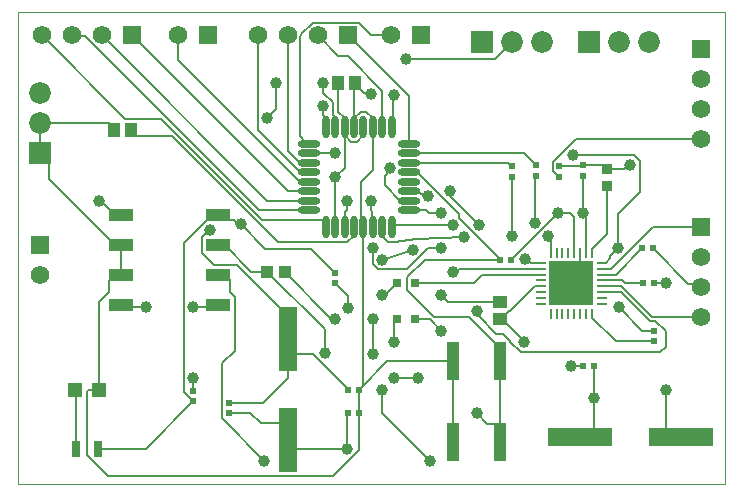
<source format=gtl>
G04*
G04 #@! TF.GenerationSoftware,Altium Limited,Altium Designer,23.5.1 (21)*
G04*
G04 Layer_Physical_Order=1*
G04 Layer_Color=255*
%FSLAX44Y44*%
%MOMM*%
G71*
G04*
G04 #@! TF.SameCoordinates,638B95CD-29A4-4EC3-B0C2-DC090694CFED*
G04*
G04*
G04 #@! TF.FilePolarity,Positive*
G04*
G01*
G75*
%ADD12C,0.2000*%
%ADD15R,1.0500X1.3000*%
G04:AMPARAMS|DCode=16|XSize=0.55mm|YSize=0.5mm|CornerRadius=0.0625mm|HoleSize=0mm|Usage=FLASHONLY|Rotation=270.000|XOffset=0mm|YOffset=0mm|HoleType=Round|Shape=RoundedRectangle|*
%AMROUNDEDRECTD16*
21,1,0.5500,0.3750,0,0,270.0*
21,1,0.4250,0.5000,0,0,270.0*
1,1,0.1250,-0.1875,-0.2125*
1,1,0.1250,-0.1875,0.2125*
1,1,0.1250,0.1875,0.2125*
1,1,0.1250,0.1875,-0.2125*
%
%ADD16ROUNDEDRECTD16*%
G04:AMPARAMS|DCode=17|XSize=0.55mm|YSize=0.5mm|CornerRadius=0.0625mm|HoleSize=0mm|Usage=FLASHONLY|Rotation=180.000|XOffset=0mm|YOffset=0mm|HoleType=Round|Shape=RoundedRectangle|*
%AMROUNDEDRECTD17*
21,1,0.5500,0.3750,0,0,180.0*
21,1,0.4250,0.5000,0,0,180.0*
1,1,0.1250,-0.2125,0.1875*
1,1,0.1250,0.2125,0.1875*
1,1,0.1250,0.2125,-0.1875*
1,1,0.1250,-0.2125,-0.1875*
%
%ADD17ROUNDEDRECTD17*%
%ADD18R,0.9621X0.9350*%
%ADD19R,2.1500X1.1000*%
%ADD20R,1.0000X1.1000*%
%ADD21R,1.5000X5.5000*%
%ADD22R,5.5000X1.5000*%
%ADD23R,1.0000X3.2000*%
%ADD24O,0.6000X1.9500*%
%ADD25O,1.9500X0.6000*%
G04:AMPARAMS|DCode=26|XSize=1.3mm|YSize=0.76mm|CornerRadius=0.095mm|HoleSize=0mm|Usage=FLASHONLY|Rotation=90.000|XOffset=0mm|YOffset=0mm|HoleType=Round|Shape=RoundedRectangle|*
%AMROUNDEDRECTD26*
21,1,1.3000,0.5700,0,0,90.0*
21,1,1.1100,0.7600,0,0,90.0*
1,1,0.1900,0.2850,0.5550*
1,1,0.1900,0.2850,-0.5550*
1,1,0.1900,-0.2850,-0.5550*
1,1,0.1900,-0.2850,0.5550*
%
%ADD26ROUNDEDRECTD26*%
%ADD27R,1.2000X1.2000*%
%ADD28R,3.7000X3.7000*%
%ADD29O,0.8500X0.2000*%
%ADD30O,0.2000X0.8500*%
%ADD31R,0.8000X0.8000*%
%ADD32R,1.3000X1.0500*%
%ADD48R,1.8400X1.8400*%
%ADD49C,1.8400*%
%ADD50R,1.5700X1.5700*%
%ADD51C,1.5700*%
%ADD52R,1.8400X1.8400*%
%ADD53R,1.5700X1.5700*%
%ADD56C,0.0010*%
%ADD57C,1.0000*%
%ADD58C,0.5000*%
D12*
X339704Y207994D02*
G03*
X338639Y207883I296J-7994D01*
G01*
X240000Y375790D02*
G03*
X240850Y380033I-10000J4210D01*
G01*
X88750Y151900D02*
X90650Y150000D01*
X110000D01*
X410000Y36000D02*
Y47000D01*
X406000Y51000D02*
X410000Y47000D01*
X399000Y51000D02*
X406000D01*
X390000Y60000D02*
X399000Y51000D01*
X28200Y258000D02*
X83500Y202700D01*
X28200Y258000D02*
Y271800D01*
X20000Y305400D02*
X78500D01*
X452500Y195750D02*
Y205335D01*
X450157Y207679D02*
X452500Y205335D01*
X450157Y207679D02*
Y209843D01*
X439422Y260421D02*
X440000Y261000D01*
X439422Y221735D02*
Y260421D01*
X438843Y221157D02*
X439422Y221735D01*
X435978Y187500D02*
X444250D01*
X432978Y190500D02*
X435978Y187500D01*
X430813Y190500D02*
X432978D01*
X420000Y210000D02*
Y260000D01*
X302000Y200000D02*
X302000Y200000D01*
X302000Y186686D02*
Y200000D01*
Y186686D02*
X306686Y182000D01*
X330881D02*
X348881Y200000D01*
X306686Y182000D02*
X330881D01*
X348881Y200000D02*
X360000D01*
X310000Y190000D02*
X336000Y198433D01*
X471594Y278407D02*
X522907D01*
X528000Y246959D02*
Y273314D01*
X522907Y278407D02*
X528000Y273314D01*
X509780Y200220D02*
Y228739D01*
X528000Y246959D01*
X312000Y160000D02*
X322000Y170000D01*
X310000Y160000D02*
X312000D01*
X270000Y170000D02*
X270250D01*
X271750Y168500D01*
Y168250D02*
Y168500D01*
Y168250D02*
X280657Y159343D01*
Y149343D02*
Y159343D01*
X227250Y179500D02*
Y180000D01*
Y179500D02*
X265219Y141531D01*
X268469D01*
X270000Y140000D01*
X302000Y110000D02*
Y140000D01*
X320000Y90000D02*
X340000D01*
X411868Y127375D02*
X418000Y121243D01*
X391531Y142477D02*
X406633Y127375D01*
X418000Y120686D02*
X427186Y111500D01*
X390000Y146500D02*
X391531Y144969D01*
X545283Y111500D02*
X549750Y115967D01*
X427186Y111500D02*
X545283D01*
X406633Y127375D02*
X411868D01*
X549750Y115967D02*
Y129377D01*
X418000Y120686D02*
Y121243D01*
X541226Y137900D02*
X549750Y129377D01*
X536286Y137900D02*
X541226D01*
X391531Y142477D02*
Y144969D01*
X511686Y162500D02*
X536286Y137900D01*
X495750Y162500D02*
X511686D01*
X477500Y177500D02*
Y195750D01*
X470000Y170000D02*
X477500Y177500D01*
X212750Y179500D02*
Y180000D01*
Y179500D02*
X261282Y130969D01*
Y111282D02*
Y130969D01*
X310000Y60000D02*
X350000Y20000D01*
X310000Y60000D02*
Y80000D01*
X419500Y190750D02*
X420500Y191750D01*
X419500Y190500D02*
Y190750D01*
X419000Y190000D02*
X419500Y190500D01*
X540000Y130000D02*
X540250D01*
X495750Y187500D02*
X499000D01*
X503083Y191583D01*
Y193524D01*
X509780Y200220D01*
X530000Y130000D02*
X540000D01*
X510000Y150000D02*
X530000Y130000D01*
X507500Y121000D02*
X540000D01*
X487500Y141000D02*
X507500Y121000D01*
X487500Y141000D02*
Y144250D01*
X470000Y100000D02*
X480000D01*
X270000Y302500D02*
Y310333D01*
X268000Y312333D02*
X270000Y310333D01*
X268000Y312333D02*
Y323314D01*
X260000Y331314D02*
X268000Y323314D01*
X260000Y331314D02*
Y340000D01*
X212600Y310000D02*
X220000Y317400D01*
Y340000D01*
X167657Y185800D02*
X186700D01*
X230000Y142500D01*
X157500Y209443D02*
X163258Y215200D01*
X230000Y122500D02*
Y142500D01*
X157500Y195957D02*
X167657Y185800D01*
X157500Y195957D02*
Y209443D01*
X163258Y215200D02*
X164414D01*
X311951Y261320D02*
X316585Y265954D01*
Y268000D01*
X311951Y253314D02*
Y261320D01*
Y253314D02*
X325265Y240000D01*
X410000Y47000D02*
Y104000D01*
X287250Y338750D02*
Y340000D01*
Y338750D02*
X294470Y331531D01*
X298469D01*
X300000Y330000D01*
X405700Y360000D02*
X420000Y374300D01*
X330000Y360000D02*
X405700D01*
X332500Y248000D02*
X340332D01*
X342790Y245542D01*
X346879D01*
X348410Y244011D01*
X368398Y243166D02*
X391989Y219575D01*
X368398Y243166D02*
Y246651D01*
X366867Y248181D02*
X368398Y246651D01*
X332500Y232000D02*
X347318D01*
X349318Y230000D01*
X360000D01*
X325265Y240000D02*
X332500D01*
X318000Y217500D02*
Y217621D01*
X319848Y219468D02*
X369468D01*
X318000Y217621D02*
X319848Y219468D01*
X314929Y205336D02*
X315515Y204750D01*
X320485D01*
X338639Y207883D01*
X310000Y210265D02*
X314929Y205336D01*
X339704Y207994D02*
X379468Y209468D01*
X310000Y210265D02*
Y217500D01*
X169350Y150000D02*
X171250Y151900D01*
X150000Y150000D02*
X169350D01*
X365814Y154500D02*
X410000D01*
X360314Y160000D02*
X365814Y154500D01*
X360000Y160000D02*
X360314D01*
X410000Y140000D02*
X411250D01*
X430000Y121250D01*
Y120000D02*
Y121250D01*
X174250Y55750D02*
Y102258D01*
X185000Y113008D02*
Y158643D01*
X181000Y162642D02*
X185000Y158643D01*
X181000Y162642D02*
Y172800D01*
X174250Y102258D02*
X185000Y113008D01*
X171250Y177300D02*
X176500D01*
X181000Y172800D01*
X174250Y55750D02*
X210000Y20000D01*
X166000Y228100D02*
X171250D01*
X142000Y204100D02*
X166000Y228100D01*
X142000Y77750D02*
Y204100D01*
Y77750D02*
X149750Y70000D01*
X150000D01*
X269750Y179000D02*
X270000D01*
X249265Y199485D02*
X269750Y179000D01*
X210515Y199485D02*
X249265D01*
X190000Y220000D02*
X210515Y199485D01*
X245569Y288000D02*
Y288828D01*
X240000Y294398D02*
X245569Y288828D01*
X240850Y380033D02*
Y380794D01*
X240000Y294398D02*
Y375790D01*
X240850Y380794D02*
X250906Y390850D01*
X245569Y288000D02*
X247500D01*
X250906Y390850D02*
X289893D01*
X290000Y60000D02*
Y80000D01*
X77914Y7000D02*
X268314D01*
X60328Y24585D02*
X77914Y7000D01*
X60328Y24585D02*
Y78829D01*
X268314Y7000D02*
X290000Y28686D01*
X60328Y78829D02*
X61500Y80000D01*
X70500D01*
X290000Y28686D02*
Y60000D01*
X332500Y272000D02*
X416750D01*
X419750Y269000D01*
X420000D01*
X332500Y280000D02*
X429750D01*
X439750Y270000D01*
X440000D01*
X410000Y190000D02*
Y190250D01*
X374650Y225601D02*
X410000Y190250D01*
X374650Y225601D02*
Y229085D01*
X339735Y264000D02*
X374650Y229085D01*
X332500Y264000D02*
X339735D01*
X171250Y202700D02*
X176500D01*
X199200Y180000D01*
X212750D01*
X338000Y140000D02*
X350000D01*
X360000Y130000D01*
X374665Y182500D02*
X444250D01*
X372165Y180000D02*
X374665Y182500D01*
X370000Y180000D02*
X372165D01*
X438992Y167500D02*
X444250D01*
X417500Y146250D02*
X417743D01*
X411250Y140000D02*
X417500Y146250D01*
X417743D02*
X438992Y167500D01*
X459750Y260000D02*
X460000D01*
X454250Y265500D02*
X459750Y260000D01*
X454250Y265500D02*
Y272377D01*
X473773Y291900D01*
X580000D01*
X489000Y73250D02*
Y100000D01*
Y46500D02*
Y73250D01*
X482500Y40000D02*
X489000Y46500D01*
X477500Y40000D02*
X482500D01*
X556500D02*
X562500D01*
X550000Y46500D02*
X556500Y40000D01*
X550000Y46500D02*
Y80000D01*
X500000Y267154D02*
X514989D01*
X517835Y270000D01*
X520000D01*
X480000D02*
X497154D01*
X500000Y267154D01*
X460000Y269000D02*
X460500Y269500D01*
X479500D01*
X480000Y270000D01*
Y230500D02*
Y261000D01*
X482500Y195750D02*
Y228000D01*
X500000Y211500D02*
Y252846D01*
X487500Y199000D02*
X500000Y211500D01*
X487500Y195750D02*
Y199000D01*
X537943Y141900D02*
X580000D01*
X512343Y167500D02*
X537943Y141900D01*
X495750Y167500D02*
X512343D01*
X515500Y170000D02*
X531000D01*
X513000Y172500D02*
X515500Y170000D01*
X495750Y172500D02*
X513000D01*
X540000Y170000D02*
X550000D01*
X539000Y199750D02*
Y200000D01*
Y199750D02*
X540500Y198250D01*
X540750D01*
X569150Y169850D01*
X577450D01*
X580000Y167300D01*
X530000Y199750D02*
Y200000D01*
X507750Y177500D02*
X530000Y199750D01*
X495750Y177500D02*
X507750D01*
X538974Y218100D02*
X580000D01*
X503373Y182500D02*
X538974Y218100D01*
X495750Y182500D02*
X503373D01*
X459000Y230000D02*
X468828D01*
X472500Y195750D02*
Y226329D01*
X468828Y230000D02*
X472500Y226329D01*
X420500Y191750D02*
X420750D01*
X459000Y230000D01*
X331000Y164757D02*
Y175243D01*
Y164757D02*
X353879Y141879D01*
X383122D02*
X410000Y115000D01*
X353879Y141879D02*
X383122D01*
X410000Y104000D02*
Y115000D01*
X331000Y175243D02*
X345758Y190000D01*
X410000D01*
X370000Y36000D02*
Y104000D01*
X290000Y80000D02*
Y80250D01*
X291500Y81750D01*
X291750D01*
X314000Y104000D01*
X370000D01*
X294000Y84250D02*
Y217500D01*
X230000Y110000D02*
X251250D01*
X281000Y80250D01*
Y80000D02*
Y80250D01*
X180000Y69000D02*
X209000D01*
X230000Y90000D01*
Y110000D01*
Y25000D02*
Y45000D01*
X223500Y51500D02*
X230000Y45000D01*
X206875Y51500D02*
X223500D01*
X198375Y60000D02*
X206875Y51500D01*
X180000Y60000D02*
X198375D01*
X280500Y59500D02*
X281000Y60000D01*
X280500Y30500D02*
Y59500D01*
X280000Y30000D02*
X280500Y30500D01*
X230000Y25000D02*
X235000Y30000D01*
X280000D01*
X262000Y302500D02*
Y310269D01*
X260000Y312269D02*
X262000Y310269D01*
X260000Y312269D02*
Y320000D01*
X278000Y295265D02*
Y302500D01*
Y268000D02*
Y295265D01*
X270000Y260000D02*
X278000Y268000D01*
X292000Y227333D02*
X294000Y225332D01*
X292000Y227333D02*
Y255617D01*
X294000Y217500D02*
Y225332D01*
X292000Y255617D02*
X302000Y265618D01*
Y302500D01*
X286000Y309735D02*
Y338750D01*
X296485Y315250D02*
X302000Y309735D01*
Y302500D02*
Y309735D01*
X291515Y315250D02*
X296485D01*
X286000Y309735D02*
X291515Y315250D01*
X286000Y302500D02*
Y309735D01*
X294000Y295265D02*
Y302500D01*
X288485Y289750D02*
X294000Y295265D01*
X283515Y289750D02*
X288485D01*
X278000Y295265D02*
X283515Y289750D01*
X318000Y302500D02*
X318766Y303265D01*
Y328765D01*
X319743Y329743D01*
X289893Y390850D02*
X300743Y380000D01*
X317300D01*
X280800D02*
X332500Y328300D01*
Y288000D02*
Y328300D01*
X255400Y380000D02*
X272839Y362561D01*
X280682D01*
X310000Y333243D01*
Y302500D02*
Y333243D01*
X272750Y314986D02*
Y340000D01*
Y314986D02*
X278000Y309735D01*
Y302500D02*
Y309735D01*
X286000Y338750D02*
X287250Y340000D01*
X97250Y298750D02*
Y300000D01*
Y298750D02*
X101500Y294500D01*
X131542D01*
X221292Y204750D02*
X280485D01*
X286000Y210265D01*
X131542Y294500D02*
X221292Y204750D01*
X286000Y210265D02*
Y217500D01*
X171250Y228100D02*
X175750Y223600D01*
X184235D01*
X187835Y220000D01*
X190000D01*
X270000Y217500D02*
X270000Y217500D01*
X270000Y217500D02*
Y260000D01*
X270000Y260000D02*
X270000Y260000D01*
X338000Y170000D02*
X387250D01*
X394750Y177500D01*
X444250D01*
X320000Y138000D02*
X322000Y140000D01*
X320000Y120000D02*
Y138000D01*
X150000Y79000D02*
Y90000D01*
X68900Y30000D02*
X109750D01*
X149750Y70000D01*
X49500Y80000D02*
X51000Y78500D01*
Y30000D02*
Y78500D01*
X83500Y177300D02*
X88750D01*
X79000Y172800D02*
X83500Y177300D01*
X79000Y162642D02*
Y172800D01*
X70500Y154143D02*
X79000Y162642D01*
X70500Y80000D02*
Y154143D01*
X88750Y177300D02*
Y202700D01*
X83500Y228100D02*
X88750D01*
X71600Y240000D02*
X83500Y228100D01*
X70000Y240000D02*
X71600D01*
X20000Y280000D02*
X28200Y271800D01*
X83500Y202700D02*
X88750D01*
X78500Y305400D02*
X82750Y301150D01*
Y300000D02*
Y301150D01*
X20000Y280000D02*
Y305400D01*
X262000Y217500D02*
Y221402D01*
X260152Y223250D02*
X262000Y221402D01*
X122199Y309500D02*
X208449Y223250D01*
X21900Y380000D02*
X92400Y309500D01*
X122199D01*
X208449Y223250D02*
X260152D01*
X205356Y232000D02*
X247500D01*
X58150Y379206D02*
X205356Y232000D01*
X48094Y379206D02*
X58150D01*
X47300Y380000D02*
X48094Y379206D01*
X72700Y380000D02*
X212700Y240000D01*
X247500D01*
X98100Y380000D02*
X230100Y248000D01*
X247500D01*
X137300Y358964D02*
Y380000D01*
Y358964D02*
X240265Y256000D01*
X247500D01*
Y280000D02*
X247500Y280000D01*
X270000D01*
X270000Y280000D01*
X204600Y299664D02*
Y380000D01*
Y299664D02*
X240265Y264000D01*
X247500D01*
X230000Y282264D02*
Y380000D01*
Y282264D02*
X240265Y272000D01*
X247500D01*
X301569Y217932D02*
X302000Y217500D01*
X301569Y217932D02*
Y230250D01*
X300000Y231819D02*
X301569Y230250D01*
X300000Y231819D02*
Y240000D01*
X278000Y217500D02*
X278432Y217931D01*
Y230250D01*
X280000Y231818D01*
Y240000D01*
D15*
X287250Y340000D02*
D03*
X272750D02*
D03*
X97250Y300000D02*
D03*
X82750D02*
D03*
D16*
X539000Y200000D02*
D03*
X530000D02*
D03*
X540000Y170000D02*
D03*
X531000D02*
D03*
X419000Y190000D02*
D03*
X410000D02*
D03*
X489000Y100000D02*
D03*
X480000D02*
D03*
X290000Y80000D02*
D03*
X281000D02*
D03*
X290000Y60000D02*
D03*
X281000D02*
D03*
D17*
X540000Y121000D02*
D03*
Y130000D02*
D03*
X480000Y261000D02*
D03*
Y270000D02*
D03*
X460000Y260000D02*
D03*
Y269000D02*
D03*
X440000Y261000D02*
D03*
Y270000D02*
D03*
X420000Y260000D02*
D03*
Y269000D02*
D03*
X270000Y170000D02*
D03*
Y179000D02*
D03*
X150000Y79000D02*
D03*
Y70000D02*
D03*
X180000Y60000D02*
D03*
Y69000D02*
D03*
D18*
X500000Y252846D02*
D03*
Y267154D02*
D03*
D19*
X171250Y151900D02*
D03*
Y177300D02*
D03*
Y202700D02*
D03*
Y228100D02*
D03*
X88750D02*
D03*
Y202700D02*
D03*
Y177300D02*
D03*
Y151900D02*
D03*
D20*
X212750Y180000D02*
D03*
X227250D02*
D03*
D21*
X230000Y122500D02*
D03*
Y37500D02*
D03*
D22*
X562500Y40000D02*
D03*
X477500D02*
D03*
D23*
X370000Y104000D02*
D03*
Y36000D02*
D03*
X410000Y104000D02*
D03*
Y36000D02*
D03*
D24*
X318000Y302500D02*
D03*
X310000D02*
D03*
X302000D02*
D03*
X294000D02*
D03*
X286000D02*
D03*
X278000D02*
D03*
X270000D02*
D03*
X262000D02*
D03*
Y217500D02*
D03*
X270000D02*
D03*
X278000D02*
D03*
X286000D02*
D03*
X294000D02*
D03*
X302000D02*
D03*
X310000D02*
D03*
X318000D02*
D03*
D25*
X247500Y288000D02*
D03*
Y280000D02*
D03*
Y272000D02*
D03*
Y264000D02*
D03*
Y256000D02*
D03*
Y248000D02*
D03*
Y240000D02*
D03*
Y232000D02*
D03*
X332500D02*
D03*
Y240000D02*
D03*
Y248000D02*
D03*
Y256000D02*
D03*
Y264000D02*
D03*
Y272000D02*
D03*
Y280000D02*
D03*
Y288000D02*
D03*
D26*
X68900Y30000D02*
D03*
X51000D02*
D03*
D27*
X70500Y80000D02*
D03*
X49500D02*
D03*
D28*
X470000Y170000D02*
D03*
D29*
X495750Y187500D02*
D03*
Y182500D02*
D03*
Y177500D02*
D03*
Y172500D02*
D03*
Y167500D02*
D03*
Y162500D02*
D03*
Y157500D02*
D03*
Y152500D02*
D03*
X444250D02*
D03*
Y157500D02*
D03*
Y162500D02*
D03*
Y167500D02*
D03*
Y172500D02*
D03*
Y177500D02*
D03*
Y182500D02*
D03*
Y187500D02*
D03*
D30*
X487500Y144250D02*
D03*
X482500D02*
D03*
X477500D02*
D03*
X472500D02*
D03*
X467500D02*
D03*
X462500D02*
D03*
X457500D02*
D03*
X452500D02*
D03*
Y195750D02*
D03*
X457500D02*
D03*
X462500D02*
D03*
X467500D02*
D03*
X472500D02*
D03*
X477500D02*
D03*
X482500D02*
D03*
X487500D02*
D03*
D31*
X338000Y140000D02*
D03*
X322000D02*
D03*
X338000Y170000D02*
D03*
X322000D02*
D03*
D32*
X410000Y140000D02*
D03*
Y154500D02*
D03*
D48*
X20000Y280000D02*
D03*
D49*
Y305400D02*
D03*
Y330800D02*
D03*
X510000Y374300D02*
D03*
X535400D02*
D03*
X420000D02*
D03*
X445400D02*
D03*
D50*
X580000Y368100D02*
D03*
X20000Y202700D02*
D03*
X580000Y218100D02*
D03*
D51*
X580000Y342700D02*
D03*
Y317300D02*
D03*
Y291900D02*
D03*
X317300Y380000D02*
D03*
X255400D02*
D03*
X230000D02*
D03*
X204600D02*
D03*
X137300D02*
D03*
X72700D02*
D03*
X47300D02*
D03*
X21900D02*
D03*
X20000Y177300D02*
D03*
X580000Y141900D02*
D03*
Y167300D02*
D03*
Y192700D02*
D03*
D52*
X484600Y374300D02*
D03*
X394600D02*
D03*
D53*
X342700Y380000D02*
D03*
X280800D02*
D03*
X162700D02*
D03*
X98100D02*
D03*
D56*
X1270Y0D02*
Y400000D01*
X600000D01*
Y0D02*
Y400000D01*
X1270Y0D02*
X600000D01*
D57*
X110000Y150000D02*
D03*
X390000Y60000D02*
D03*
X450157Y209843D02*
D03*
X438843Y221157D02*
D03*
X430813Y190500D02*
D03*
X420000Y210000D02*
D03*
X302000Y200000D02*
D03*
X336000Y198433D02*
D03*
X360000Y200000D02*
D03*
X459000Y230000D02*
D03*
X471594Y278407D02*
D03*
X310000Y160000D02*
D03*
X280657Y149343D02*
D03*
X270000Y140000D02*
D03*
X302000D02*
D03*
Y110000D02*
D03*
X320000Y90000D02*
D03*
X340000D02*
D03*
X390000Y146500D02*
D03*
X261282Y111282D02*
D03*
X310000Y80000D02*
D03*
X350000Y20000D02*
D03*
X509780Y200220D02*
D03*
X510000Y150000D02*
D03*
X470000Y100000D02*
D03*
X260000Y340000D02*
D03*
X220000D02*
D03*
X212600Y310000D02*
D03*
X164414Y215200D02*
D03*
X316585Y268000D02*
D03*
X300000Y330000D02*
D03*
X330000Y360000D02*
D03*
X348410Y244011D02*
D03*
X366867Y248181D02*
D03*
X391989Y219575D02*
D03*
X360000Y230000D02*
D03*
X369468Y219468D02*
D03*
X379468Y209468D02*
D03*
X150000Y150000D02*
D03*
X310000Y190000D02*
D03*
X360000Y160000D02*
D03*
X430000Y120000D02*
D03*
X210000Y20000D02*
D03*
X360000Y130000D02*
D03*
X370000Y180000D02*
D03*
X470000Y170000D02*
D03*
X480000Y230000D02*
D03*
X489000Y73250D02*
D03*
X550000Y80000D02*
D03*
X520000Y270000D02*
D03*
X550000Y170000D02*
D03*
X280000Y30000D02*
D03*
X260000Y320000D02*
D03*
X319743Y329743D02*
D03*
X190000Y220000D02*
D03*
X270000Y260000D02*
D03*
X320000Y120000D02*
D03*
X150000Y90000D02*
D03*
X70000Y240000D02*
D03*
X270000Y280000D02*
D03*
X300000Y240000D02*
D03*
X280000D02*
D03*
D58*
X459000Y159000D02*
D03*
Y170000D02*
D03*
Y181000D02*
D03*
X470000Y159000D02*
D03*
Y170000D02*
D03*
Y181000D02*
D03*
X481000Y159000D02*
D03*
Y170000D02*
D03*
Y181000D02*
D03*
M02*

</source>
